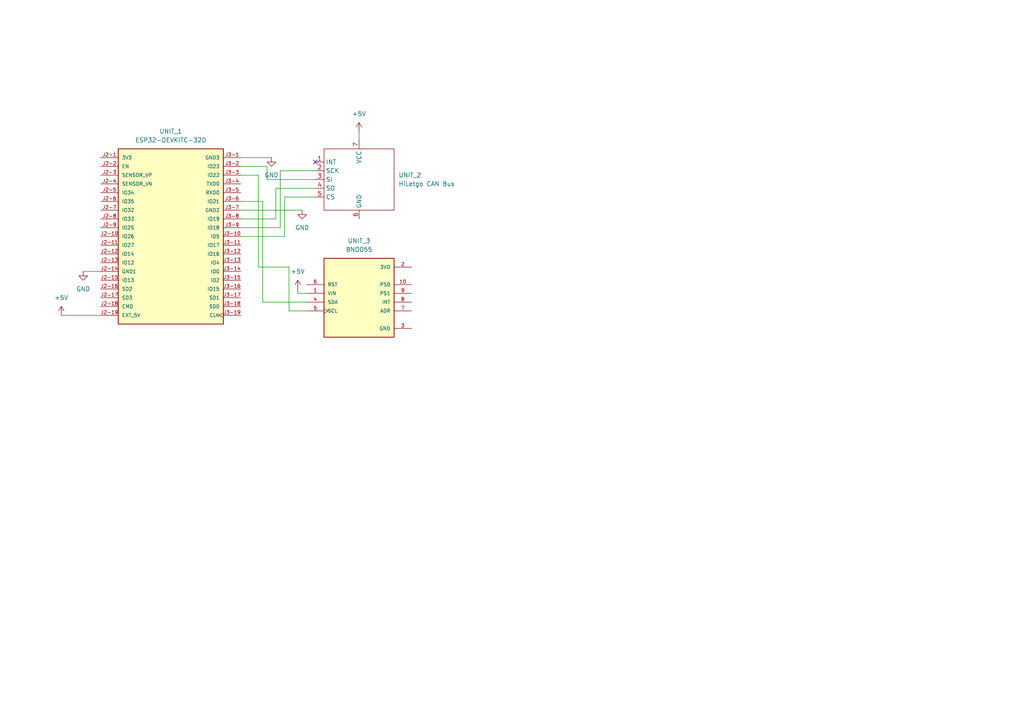
<source format=kicad_sch>
(kicad_sch (version 20231120) (generator "eeschema") (generator_version "8.0")
  (paper "A4")
  (lib_symbols
    (symbol "BAJA SAE:2472" (pin_names (offset 1.016))
      (property "Reference" "UNIT_" (at -10.16 13.208 0))
      (property "Value" "BNO055" (at -10.16 -12.7 0))
      (symbol "2472_0_0"
        (rectangle (start -10.16 12.7) (end 10.16 -10.16) (stroke (width 0.254)) (fill (type background)))
        (pin input line (at -15.24 2.54 0) (length 5.08) (name "VIN") (number "1"))
        (pin bidirectional line (at 15.24 5.08 180) (length 5.08) (name "PS0") (number "10"))
        (pin power_in line (at 15.24 10.16 180) (length 5.08) (name "3VO") (number "2"))
        (pin power_in line (at 15.24 -7.62 180) (length 5.08) (name "GND") (number "3"))
        (pin bidirectional line (at -15.24 0 0) (length 5.08) (name "SDA") (number "4"))
        (pin input clock (at -15.24 -2.54 0) (length 5.08) (name "SCL") (number "5"))
        (pin input line (at -15.24 5.08 0) (length 5.08) (name "RST") (number "6"))
        (pin passive line (at 15.24 -2.54 180) (length 5.08) (name "ADR") (number "7"))
        (pin output line (at 15.24 0 180) (length 5.08) (name "INT") (number "8"))
        (pin bidirectional line (at 15.24 2.54 180) (length 5.08) (name "PS1") (number "9"))
      )
    )
    (symbol "BAJA SAE:ESP32-DEVKITC-32D" (pin_names (offset 1.016))
      (property "Reference" "UNIT_" (at -15.2572 26.0643 0))
      (property "Value" "ESP32-DEVKITC-32D" (at -15.2563 -27.9698 0))
      (symbol "ESP32-DEVKITC-32D_0_0"
        (rectangle (start -15.24 25.4) (end 15.24 -25.4) (stroke (width 0.254)) (fill (type background)))
        (pin power_in line (at -20.32 22.86 0) (length 5.08) (name "3V3") (number "J2-1"))
        (pin bidirectional line (at -20.32 0 0) (length 5.08) (name "IO26") (number "J2-10"))
        (pin bidirectional line (at -20.32 -2.54 0) (length 5.08) (name "IO27") (number "J2-11"))
        (pin bidirectional line (at -20.32 -5.08 0) (length 5.08) (name "IO14") (number "J2-12"))
        (pin bidirectional line (at -20.32 -7.62 0) (length 5.08) (name "IO12") (number "J2-13"))
        (pin power_in line (at -20.32 -10.16 0) (length 5.08) (name "GND1") (number "J2-14"))
        (pin bidirectional line (at -20.32 -12.7 0) (length 5.08) (name "IO13") (number "J2-15"))
        (pin bidirectional line (at -20.32 -15.24 0) (length 5.08) (name "SD2") (number "J2-16"))
        (pin bidirectional line (at -20.32 -17.78 0) (length 5.08) (name "SD3") (number "J2-17"))
        (pin bidirectional line (at -20.32 -20.32 0) (length 5.08) (name "CMD") (number "J2-18"))
        (pin power_in line (at -20.32 -22.86 0) (length 5.08) (name "EXT_5V") (number "J2-19"))
        (pin input line (at -20.32 20.32 0) (length 5.08) (name "EN") (number "J2-2"))
        (pin input line (at -20.32 17.78 0) (length 5.08) (name "SENSOR_VP") (number "J2-3"))
        (pin input line (at -20.32 15.24 0) (length 5.08) (name "SENSOR_VN") (number "J2-4"))
        (pin bidirectional line (at -20.32 12.7 0) (length 5.08) (name "IO34") (number "J2-5"))
        (pin bidirectional line (at -20.32 10.16 0) (length 5.08) (name "IO35") (number "J2-6"))
        (pin bidirectional line (at -20.32 7.62 0) (length 5.08) (name "IO32") (number "J2-7"))
        (pin bidirectional line (at -20.32 5.08 0) (length 5.08) (name "IO33") (number "J2-8"))
        (pin bidirectional line (at -20.32 2.54 0) (length 5.08) (name "IO25") (number "J2-9"))
        (pin power_in line (at 20.32 22.86 180) (length 5.08) (name "GND3") (number "J3-1"))
        (pin bidirectional line (at 20.32 0 180) (length 5.08) (name "IO5") (number "J3-10"))
        (pin bidirectional line (at 20.32 -2.54 180) (length 5.08) (name "IO17") (number "J3-11"))
        (pin bidirectional line (at 20.32 -5.08 180) (length 5.08) (name "IO16") (number "J3-12"))
        (pin bidirectional line (at 20.32 -7.62 180) (length 5.08) (name "IO4") (number "J3-13"))
        (pin bidirectional line (at 20.32 -10.16 180) (length 5.08) (name "IO0") (number "J3-14"))
        (pin bidirectional line (at 20.32 -12.7 180) (length 5.08) (name "IO2") (number "J3-15"))
        (pin bidirectional line (at 20.32 -15.24 180) (length 5.08) (name "IO15") (number "J3-16"))
        (pin bidirectional line (at 20.32 -17.78 180) (length 5.08) (name "SD1") (number "J3-17"))
        (pin bidirectional line (at 20.32 -20.32 180) (length 5.08) (name "SD0") (number "J3-18"))
        (pin input clock (at 20.32 -22.86 180) (length 5.08) (name "CLK") (number "J3-19"))
        (pin bidirectional line (at 20.32 20.32 180) (length 5.08) (name "IO23") (number "J3-2"))
        (pin bidirectional line (at 20.32 17.78 180) (length 5.08) (name "IO22") (number "J3-3"))
        (pin output line (at 20.32 15.24 180) (length 5.08) (name "TXD0") (number "J3-4"))
        (pin input line (at 20.32 12.7 180) (length 5.08) (name "RXD0") (number "J3-5"))
        (pin bidirectional line (at 20.32 10.16 180) (length 5.08) (name "IO21") (number "J3-6"))
        (pin power_in line (at 20.32 7.62 180) (length 5.08) (name "GND2") (number "J3-7"))
        (pin bidirectional line (at 20.32 5.08 180) (length 5.08) (name "IO19") (number "J3-8"))
        (pin bidirectional line (at 20.32 2.54 180) (length 5.08) (name "IO18") (number "J3-9"))
      )
    )
    (symbol "BAJA SAE:HiLetgo_CAN_BUS"
      (property "Reference" "UNIT_" (at 0 -4.064 0))
      (property "Value" "HiLetgo CAN Bus" (at 1.016 -1.524 0))
      (symbol "HiLetgo_CAN_BUS_0_1"
        (rectangle (start -10.16 7.62) (end 10.16 -10.16))
      )
      (symbol "HiLetgo_CAN_BUS_1_1"
        (pin input line (at -12.7 3.81 0) (length 2.54) (name "INT") (number "1"))
        (pin input line (at -12.7 1.27 0) (length 2.54) (name "SCK") (number "2"))
        (pin input line (at -12.7 -1.27 0) (length 2.54) (name "SI") (number "3"))
        (pin input line (at -12.7 -3.81 0) (length 2.54) (name "SO") (number "4"))
        (pin input line (at -12.7 -6.35 0) (length 2.54) (name "CS") (number "5"))
        (pin input line (at 0 -12.7 90) (length 2.54) (name "GND") (number "6"))
        (pin input line (at 0 10.16 270) (length 2.54) (name "VCC") (number "7"))
      )
    )
    (symbol "power:+5V" (power) (pin_numbers hide) (pin_names (offset 0) hide)
      (property "Value" "+5V" (at 0 3.556 0))
      (symbol "+5V_0_1"
        (polyline (pts (xy -0.762 1.27) (xy 0 2.54)))
        (polyline (pts (xy 0 0) (xy 0 2.54)))
        (polyline (pts (xy 0 2.54) (xy 0.762 1.27)))
      )
      (symbol "+5V_1_1"
        (pin power_in line (at 0 0 90) (length 0) (name "~") (number "1"))
      )
    )
    (symbol "power:GND" (power) (pin_numbers hide) (pin_names (offset 0) hide)
      (property "Value" "GND" (at 0 -3.81 0))
      (symbol "GND_0_1"
        (polyline (pts (xy 0 0) (xy 0 -1.27) (xy 1.27 -1.27) (xy 0 -2.54) (xy -1.27 -1.27) (xy 0 -1.27)))
      )
      (symbol "GND_1_1"
        (pin power_in line (at 0 0 270) (length 0) (name "~") (number "1"))
      )
    )
  )
  (no_connect (at 91.44 46.99))
  (wire (pts (xy 24.13 78.74) (xy 29.21 78.74)))
  (wire (pts (xy 82.55 68.58) (xy 82.55 57.15)))
  (wire (pts (xy 69.85 50.8) (xy 74.93 50.8)))
  (wire (pts (xy 77.47 48.26) (xy 77.47 52.07)))
  (wire (pts (xy 17.78 91.44) (xy 29.21 91.44)))
  (wire (pts (xy 69.85 63.5) (xy 80.01 63.5)))
  (wire (pts (xy 69.85 66.04) (xy 81.28 66.04)))
  (wire (pts (xy 76.2 87.63) (xy 76.2 58.42)))
  (wire (pts (xy 69.85 60.96) (xy 87.63 60.96)))
  (wire (pts (xy 69.85 45.72) (xy 78.74 45.72)))
  (wire (pts (xy 83.82 77.47) (xy 83.82 90.17)))
  (wire (pts (xy 81.28 49.53) (xy 91.44 49.53)))
  (wire (pts (xy 76.2 58.42) (xy 69.85 58.42)))
  (wire (pts (xy 80.01 54.61) (xy 91.44 54.61)))
  (wire (pts (xy 86.36 83.82) (xy 86.36 85.09)))
  (wire (pts (xy 104.14 38.1) (xy 104.14 40.64)))
  (wire (pts (xy 81.28 66.04) (xy 81.28 49.53)))
  (wire (pts (xy 77.47 52.07) (xy 91.44 52.07)))
  (wire (pts (xy 88.9 87.63) (xy 76.2 87.63)))
  (wire (pts (xy 82.55 57.15) (xy 91.44 57.15)))
  (wire (pts (xy 83.82 90.17) (xy 88.9 90.17)))
  (wire (pts (xy 69.85 68.58) (xy 82.55 68.58)))
  (wire (pts (xy 69.85 48.26) (xy 77.47 48.26)))
  (wire (pts (xy 74.93 50.8) (xy 74.93 77.47)))
  (wire (pts (xy 86.36 85.09) (xy 88.9 85.09)))
  (wire (pts (xy 80.01 63.5) (xy 80.01 54.61)))
  (wire (pts (xy 74.93 77.47) (xy 83.82 77.47)))
  (symbol (lib_id "power:GND") (at 87.63 60.96 0) (unit 1)
    (property "Reference" "#PWR05" (effects (hide yes)))
    (property "Value" "GND" (at 87.63 66.04 0))
    (property "Description" "Power symbol creates a global label with name \"GND\" , ground" (effects (hide yes)))
  )
  (symbol (lib_id "power:+5V") (at 86.36 83.82 0) (unit 1)
    (property "Reference" "#PWR03" (effects (hide yes)))
    (property "Value" "+5V" (at 86.36 78.74 0))
    (property "Description" "Power symbol creates a global label with name \"+5V\"" (effects (hide yes)))
  )
  (symbol (lib_id "power:GND") (at 24.13 78.74 0) (unit 1)
    (property "Reference" "#PWR04" (effects (hide yes)))
    (property "Value" "GND" (at 24.13 83.82 0))
    (property "Description" "Power symbol creates a global label with name \"GND\" , ground" (effects (hide yes)))
  )
  (symbol (lib_id "BAJA SAE:ESP32-DEVKITC-32D") (at 49.53 68.58 0) (unit 1)
    (property "Reference" "UNIT_1" (at 49.53 38.1 0))
    (property "Value" "ESP32-DEVKITC-32D" (at 49.53 40.64 0))
    (property "Footprint" "BAJA SAE:MODULE_ESP32-DEVKITC-32D" (effects (hide yes)))
    (property "PARTREV" "V4" (effects (hide yes)))
    (property "MP" "ESP32-DEVKITC-32D" (effects (hide yes)))
  )
  (symbol (lib_id "BAJA SAE:HiLetgo_CAN_BUS") (at 104.14 50.8 0) (unit 1)
    (property "Reference" "UNIT_2" (at 115.57 50.7999 0) (effects (justify left)))
    (property "Value" "HiLetgo CAN Bus" (at 115.57 53.3399 0) (effects (justify left)))
    (property "Footprint" "BAJA SAE:HiLetgo CAN Bus" (effects (hide yes)))
  )
  (symbol (lib_id "power:+5V") (at 104.14 38.1 0) (unit 1)
    (property "Reference" "#PWR02" (effects (hide yes)))
    (property "Value" "+5V" (at 104.14 33.02 0))
    (property "Description" "Power symbol creates a global label with name \"+5V\"" (effects (hide yes)))
  )
  (symbol (lib_id "power:+5V") (at 17.78 91.44 0) (unit 1)
    (property "Reference" "#PWR01" (effects (hide yes)))
    (property "Value" "+5V" (at 17.78 86.36 0))
    (property "Description" "Power symbol creates a global label with name \"+5V\"" (effects (hide yes)))
  )
  (symbol (lib_id "power:GND") (at 78.74 45.72 0) (unit 1)
    (property "Reference" "#PWR06" (effects (hide yes)))
    (property "Value" "GND" (at 78.74 50.8 0))
    (property "Description" "Power symbol creates a global label with name \"GND\" , ground" (effects (hide yes)))
  )
  (symbol (lib_id "BAJA SAE:2472") (at 104.14 87.63 0) (unit 1)
    (property "Reference" "UNIT_3" (at 104.14 69.85 0))
    (property "Value" "BNO055" (at 104.14 72.39 0))
    (property "Footprint" "BAJA SAE:MODULE_2472" (effects (hide yes)))
  )
)
</source>
